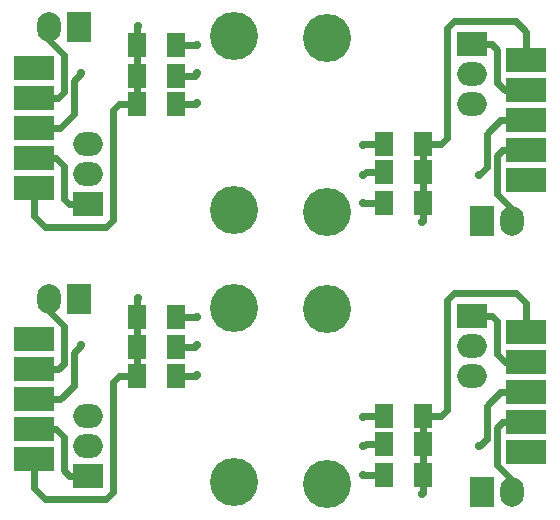
<source format=gbl>
G04 (created by PCBNEW (2013-may-18)-stable) date Сб 21 ноя 2015 22:02:29*
%MOIN*%
G04 Gerber Fmt 3.4, Leading zero omitted, Abs format*
%FSLAX34Y34*%
G01*
G70*
G90*
G04 APERTURE LIST*
%ADD10C,0.00590551*%
%ADD11C,0.16*%
%ADD12R,0.0787402X0.0984252*%
%ADD13O,0.0787402X0.0984252*%
%ADD14R,0.0984252X0.0787402*%
%ADD15O,0.0984252X0.0787402*%
%ADD16R,0.137795X0.0787402*%
%ADD17R,0.06X0.08*%
%ADD18C,0.0275591*%
%ADD19C,0.023622*%
G04 APERTURE END LIST*
G54D10*
G54D11*
X36761Y-24360D03*
X36761Y-30167D03*
G54D12*
X41931Y-30462D03*
G54D13*
X42931Y-30462D03*
G54D14*
X41604Y-24580D03*
G54D15*
X41604Y-25580D03*
X41604Y-26580D03*
G54D16*
X43415Y-25116D03*
X43415Y-26116D03*
X43415Y-27116D03*
X43415Y-28116D03*
X43415Y-29116D03*
G54D17*
X39970Y-29872D03*
X38670Y-29872D03*
X39970Y-28848D03*
X38670Y-28848D03*
X39970Y-27903D03*
X38670Y-27903D03*
X39970Y-18848D03*
X38670Y-18848D03*
X39970Y-19793D03*
X38670Y-19793D03*
X39970Y-20816D03*
X38670Y-20816D03*
G54D16*
X43415Y-16061D03*
X43415Y-17061D03*
X43415Y-18061D03*
X43415Y-19061D03*
X43415Y-20061D03*
G54D14*
X41604Y-15525D03*
G54D15*
X41604Y-16525D03*
X41604Y-17525D03*
G54D12*
X41931Y-21407D03*
G54D13*
X42931Y-21407D03*
G54D11*
X36761Y-21112D03*
X36761Y-15305D03*
X33661Y-30118D03*
X33661Y-24311D03*
G54D12*
X28492Y-24015D03*
G54D13*
X27492Y-24015D03*
G54D14*
X28818Y-29897D03*
G54D15*
X28818Y-28897D03*
X28818Y-27897D03*
G54D16*
X27007Y-29362D03*
X27007Y-28362D03*
X27007Y-27362D03*
X27007Y-26362D03*
X27007Y-25362D03*
G54D17*
X30452Y-24606D03*
X31752Y-24606D03*
X30452Y-25629D03*
X31752Y-25629D03*
X30452Y-26574D03*
X31752Y-26574D03*
X30452Y-17519D03*
X31752Y-17519D03*
X30452Y-16574D03*
X31752Y-16574D03*
X30452Y-15551D03*
X31752Y-15551D03*
G54D16*
X27007Y-20307D03*
X27007Y-19307D03*
X27007Y-18307D03*
X27007Y-17307D03*
X27007Y-16307D03*
G54D14*
X28818Y-20842D03*
G54D15*
X28818Y-19842D03*
X28818Y-18842D03*
G54D12*
X28492Y-14960D03*
G54D13*
X27492Y-14960D03*
G54D11*
X33661Y-15255D03*
X33661Y-21062D03*
G54D18*
X39950Y-30501D03*
X39950Y-21446D03*
X30472Y-23976D03*
X30472Y-14921D03*
X41840Y-28927D03*
X41840Y-19872D03*
X28582Y-25551D03*
X28582Y-16496D03*
X37982Y-29872D03*
X37982Y-20816D03*
X32440Y-24606D03*
X32440Y-15551D03*
X37982Y-28927D03*
X37982Y-19872D03*
X32440Y-25551D03*
X32440Y-16496D03*
X37982Y-27942D03*
X37982Y-18887D03*
X32440Y-26535D03*
X32440Y-17480D03*
G54D19*
X39950Y-30501D02*
X39970Y-30481D01*
X39970Y-30481D02*
X39970Y-29872D01*
X39970Y-29872D02*
X39970Y-28848D01*
X39970Y-28848D02*
X39970Y-27903D01*
X43415Y-24163D02*
X43061Y-23809D01*
X43061Y-23809D02*
X41013Y-23809D01*
X41013Y-23809D02*
X40777Y-24045D01*
X40777Y-24045D02*
X40777Y-27706D01*
X40777Y-27706D02*
X40580Y-27903D01*
X40580Y-27903D02*
X39970Y-27903D01*
X43415Y-25116D02*
X43415Y-24163D01*
X43415Y-16061D02*
X43415Y-15108D01*
X40580Y-18848D02*
X39970Y-18848D01*
X40777Y-18651D02*
X40580Y-18848D01*
X40777Y-14990D02*
X40777Y-18651D01*
X41013Y-14753D02*
X40777Y-14990D01*
X43061Y-14753D02*
X41013Y-14753D01*
X43415Y-15108D02*
X43061Y-14753D01*
X39970Y-19793D02*
X39970Y-18848D01*
X39970Y-20816D02*
X39970Y-19793D01*
X39970Y-21426D02*
X39970Y-20816D01*
X39950Y-21446D02*
X39970Y-21426D01*
X30472Y-23976D02*
X30452Y-23996D01*
X30452Y-23996D02*
X30452Y-24606D01*
X30452Y-24606D02*
X30452Y-25629D01*
X30452Y-25629D02*
X30452Y-26574D01*
X27007Y-30314D02*
X27362Y-30669D01*
X27362Y-30669D02*
X29409Y-30669D01*
X29409Y-30669D02*
X29645Y-30433D01*
X29645Y-30433D02*
X29645Y-26771D01*
X29645Y-26771D02*
X29842Y-26574D01*
X29842Y-26574D02*
X30452Y-26574D01*
X27007Y-29362D02*
X27007Y-30314D01*
X27007Y-20307D02*
X27007Y-21259D01*
X29842Y-17519D02*
X30452Y-17519D01*
X29645Y-17716D02*
X29842Y-17519D01*
X29645Y-21377D02*
X29645Y-17716D01*
X29409Y-21614D02*
X29645Y-21377D01*
X27362Y-21614D02*
X29409Y-21614D01*
X27007Y-21259D02*
X27362Y-21614D01*
X30452Y-16574D02*
X30452Y-17519D01*
X30452Y-15551D02*
X30452Y-16574D01*
X30452Y-14941D02*
X30452Y-15551D01*
X30472Y-14921D02*
X30452Y-14941D01*
X42549Y-27116D02*
X42094Y-27570D01*
X42094Y-27570D02*
X42094Y-28672D01*
X42094Y-28672D02*
X41840Y-28927D01*
X43415Y-27116D02*
X42549Y-27116D01*
X43415Y-18061D02*
X42549Y-18061D01*
X42094Y-19617D02*
X41840Y-19872D01*
X42094Y-18515D02*
X42094Y-19617D01*
X42549Y-18061D02*
X42094Y-18515D01*
X27874Y-27362D02*
X28328Y-26907D01*
X28328Y-26907D02*
X28328Y-25805D01*
X28328Y-25805D02*
X28582Y-25551D01*
X27007Y-27362D02*
X27874Y-27362D01*
X27007Y-18307D02*
X27874Y-18307D01*
X28328Y-16750D02*
X28582Y-16496D01*
X28328Y-17852D02*
X28328Y-16750D01*
X27874Y-18307D02*
X28328Y-17852D01*
X42690Y-26116D02*
X42431Y-25856D01*
X42431Y-25856D02*
X42431Y-24753D01*
X42431Y-24753D02*
X42257Y-24580D01*
X42257Y-24580D02*
X41604Y-24580D01*
X43415Y-26116D02*
X42690Y-26116D01*
X43415Y-17061D02*
X42690Y-17061D01*
X42257Y-15525D02*
X41604Y-15525D01*
X42431Y-15698D02*
X42257Y-15525D01*
X42431Y-16801D02*
X42431Y-15698D01*
X42690Y-17061D02*
X42431Y-16801D01*
X27732Y-28362D02*
X27992Y-28622D01*
X27992Y-28622D02*
X27992Y-29724D01*
X27992Y-29724D02*
X28165Y-29897D01*
X28165Y-29897D02*
X28818Y-29897D01*
X27007Y-28362D02*
X27732Y-28362D01*
X27007Y-19307D02*
X27732Y-19307D01*
X28165Y-20842D02*
X28818Y-20842D01*
X27992Y-20669D02*
X28165Y-20842D01*
X27992Y-19566D02*
X27992Y-20669D01*
X27732Y-19307D02*
X27992Y-19566D01*
X38670Y-29872D02*
X37982Y-29872D01*
X38670Y-20816D02*
X37982Y-20816D01*
X31752Y-24606D02*
X32440Y-24606D01*
X31752Y-15551D02*
X32440Y-15551D01*
X37982Y-28927D02*
X38061Y-28848D01*
X38061Y-28848D02*
X38670Y-28848D01*
X38061Y-19793D02*
X38670Y-19793D01*
X37982Y-19872D02*
X38061Y-19793D01*
X32440Y-25551D02*
X32362Y-25629D01*
X32362Y-25629D02*
X31752Y-25629D01*
X32362Y-16574D02*
X31752Y-16574D01*
X32440Y-16496D02*
X32362Y-16574D01*
X38021Y-27903D02*
X37982Y-27942D01*
X38670Y-27903D02*
X38021Y-27903D01*
X38670Y-18848D02*
X38021Y-18848D01*
X38021Y-18848D02*
X37982Y-18887D01*
X32401Y-26574D02*
X32440Y-26535D01*
X31752Y-26574D02*
X32401Y-26574D01*
X31752Y-17519D02*
X32401Y-17519D01*
X32401Y-17519D02*
X32440Y-17480D01*
X42612Y-28116D02*
X42431Y-28297D01*
X42431Y-28297D02*
X42431Y-29557D01*
X42431Y-29557D02*
X42931Y-30057D01*
X42931Y-30057D02*
X42931Y-30462D01*
X43415Y-28116D02*
X42612Y-28116D01*
X43415Y-19061D02*
X42612Y-19061D01*
X42931Y-21001D02*
X42931Y-21407D01*
X42431Y-20501D02*
X42931Y-21001D01*
X42431Y-19242D02*
X42431Y-20501D01*
X42612Y-19061D02*
X42431Y-19242D01*
X27811Y-26362D02*
X27992Y-26181D01*
X27992Y-26181D02*
X27992Y-24921D01*
X27992Y-24921D02*
X27492Y-24421D01*
X27492Y-24421D02*
X27492Y-24015D01*
X27007Y-26362D02*
X27811Y-26362D01*
X27007Y-17307D02*
X27811Y-17307D01*
X27492Y-15366D02*
X27492Y-14960D01*
X27992Y-15866D02*
X27492Y-15366D01*
X27992Y-17125D02*
X27992Y-15866D01*
X27811Y-17307D02*
X27992Y-17125D01*
M02*

</source>
